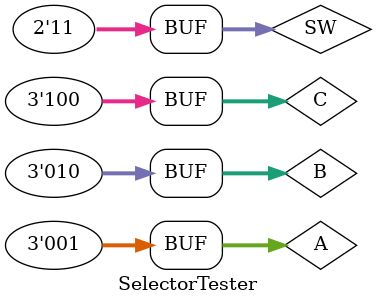
<source format=v>
`timescale 1ns / 1ps


module SelectorTester;

	// Inputs
	reg [2:0] A;
	reg [2:0] B;
	reg [2:0] C;
	reg [1:0] SW;

	// Outputs
	wire [2:0] O;
	wire EN;

	// Instantiate the Unit Under Test (UUT)
	Selecter uut (
		.A(A), 
		.B(B), 
		.C(C), 
		.SW(SW), 
		.O(O), 
		.EN(EN)
	);

	initial begin
		// Initialize Inputs
		A = 3'b001;
		B = 3'b010;
		C = 3'b100;
		SW = 2'b00;

		// Wait 100 ns for global reset to finish
		#100;
		#100 SW = 2'b01;
		#100 SW = 2'b10;
		#100 SW = 2'b11;
        
		// Add stimulus here

	end
      
endmodule


</source>
